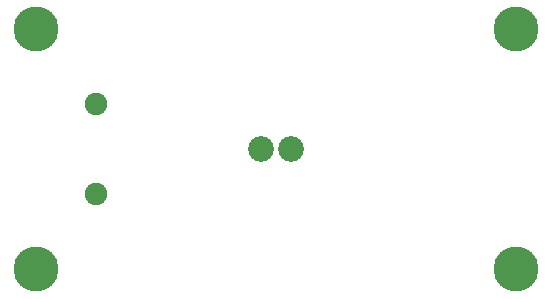
<source format=gbs>
G04 (created by PCBNEW-RS274X (2011-nov-30)-testing) date Thu 03 Jan 2013 06:38:46 PM PST*
%MOIN*%
G04 Gerber Fmt 3.4, Leading zero omitted, Abs format*
%FSLAX34Y34*%
G01*
G70*
G90*
G04 APERTURE LIST*
%ADD10C,0.006*%
%ADD11C,0.15*%
%ADD12C,0.086*%
%ADD13C,0.075*%
G04 APERTURE END LIST*
G54D10*
G54D11*
X31000Y-21000D03*
X31000Y-29000D03*
X47000Y-29000D03*
X47000Y-21000D03*
G54D12*
X39500Y-25000D03*
X38500Y-25000D03*
G54D13*
X33024Y-23500D03*
X33024Y-26500D03*
M02*

</source>
